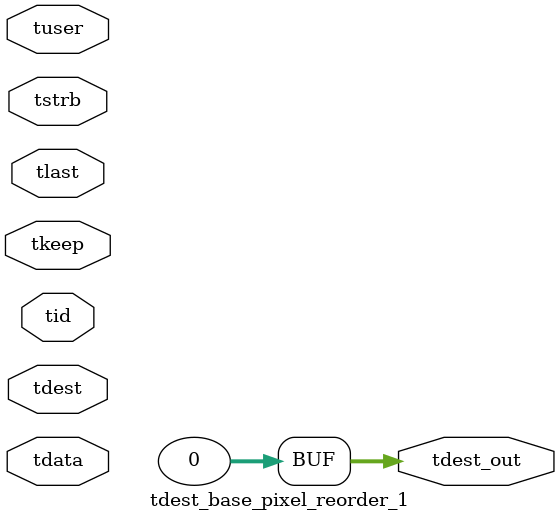
<source format=v>


`timescale 1ps/1ps

module tdest_base_pixel_reorder_1 #
(
parameter C_S_AXIS_TDATA_WIDTH = 32,
parameter C_S_AXIS_TUSER_WIDTH = 0,
parameter C_S_AXIS_TID_WIDTH   = 0,
parameter C_S_AXIS_TDEST_WIDTH = 0,
parameter C_M_AXIS_TDEST_WIDTH = 32
)
(
input  [(C_S_AXIS_TDATA_WIDTH == 0 ? 1 : C_S_AXIS_TDATA_WIDTH)-1:0     ] tdata,
input  [(C_S_AXIS_TUSER_WIDTH == 0 ? 1 : C_S_AXIS_TUSER_WIDTH)-1:0     ] tuser,
input  [(C_S_AXIS_TID_WIDTH   == 0 ? 1 : C_S_AXIS_TID_WIDTH)-1:0       ] tid,
input  [(C_S_AXIS_TDEST_WIDTH == 0 ? 1 : C_S_AXIS_TDEST_WIDTH)-1:0     ] tdest,
input  [(C_S_AXIS_TDATA_WIDTH/8)-1:0 ] tkeep,
input  [(C_S_AXIS_TDATA_WIDTH/8)-1:0 ] tstrb,
input                                                                    tlast,
output [C_M_AXIS_TDEST_WIDTH-1:0] tdest_out
);

assign tdest_out = {1'b0};

endmodule


</source>
